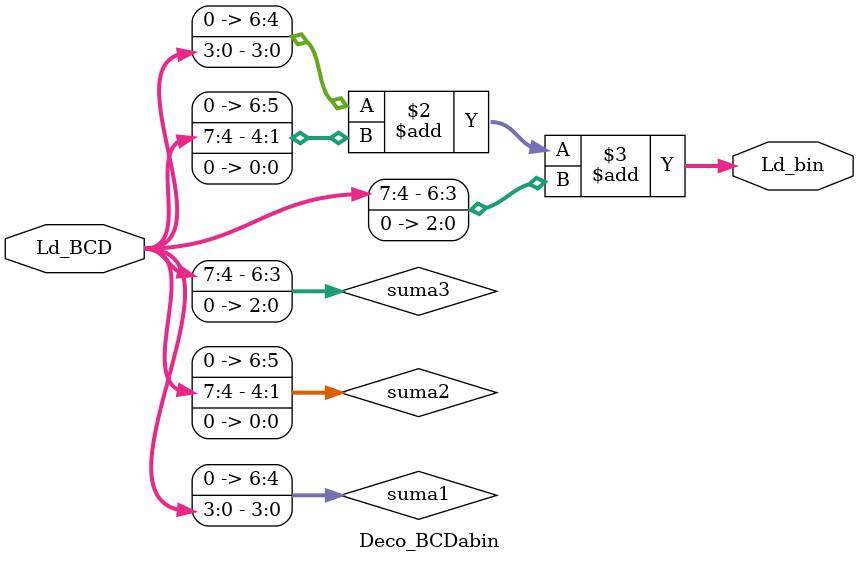
<source format=v>
`timescale 1ns / 1ps
module Deco_BCDabin(
   input [7:0] Ld_BCD,
	output [6:0] Ld_bin
    );
	 
reg [6:0] suma1,suma2,suma3;

always @*
begin
	suma1 = {3'b0,Ld_BCD[3:0]};
	suma2 = {2'b0,Ld_BCD[7:4],1'b0};
	suma3 = {Ld_BCD[7:4],3'b0};
end

assign Ld_bin = suma1 + suma2 + suma3;

endmodule

</source>
